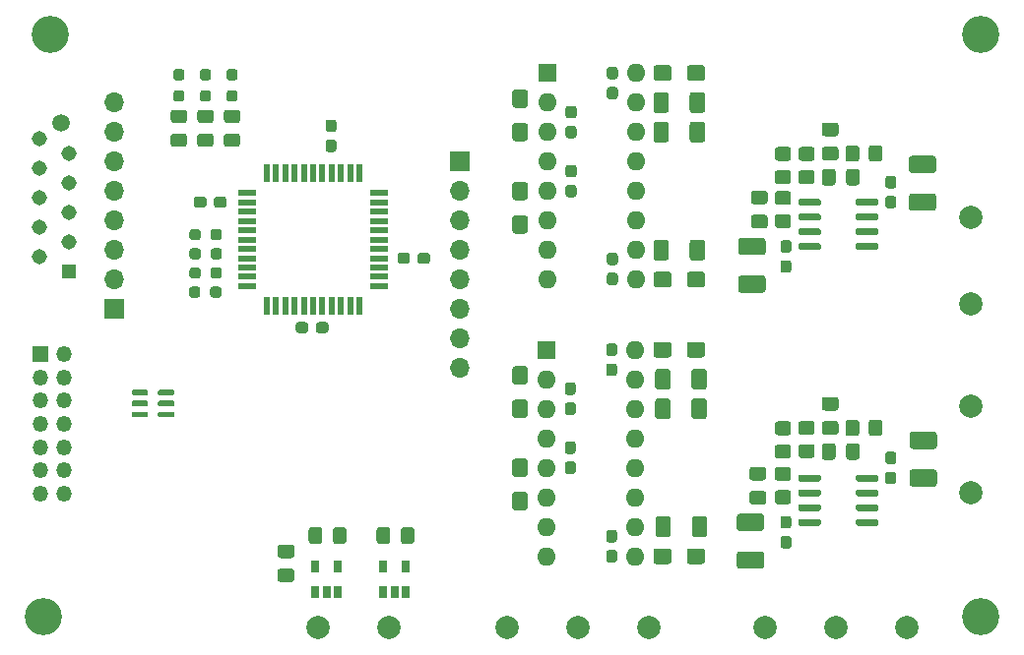
<source format=gbr>
G04 #@! TF.GenerationSoftware,KiCad,Pcbnew,(5.1.9-0-10_14)*
G04 #@! TF.CreationDate,2021-05-04T17:31:03+02:00*
G04 #@! TF.ProjectId,dac-i2s-nos,6461632d-6932-4732-9d6e-6f732e6b6963,rev?*
G04 #@! TF.SameCoordinates,Original*
G04 #@! TF.FileFunction,Soldermask,Top*
G04 #@! TF.FilePolarity,Negative*
%FSLAX46Y46*%
G04 Gerber Fmt 4.6, Leading zero omitted, Abs format (unit mm)*
G04 Created by KiCad (PCBNEW (5.1.9-0-10_14)) date 2021-05-04 17:31:03*
%MOMM*%
%LPD*%
G01*
G04 APERTURE LIST*
%ADD10O,1.350000X1.350000*%
%ADD11R,1.350000X1.350000*%
%ADD12O,1.700000X1.700000*%
%ADD13R,1.700000X1.700000*%
%ADD14C,2.000000*%
%ADD15O,1.600000X1.600000*%
%ADD16R,1.600000X1.600000*%
%ADD17R,1.500000X0.550000*%
%ADD18R,0.550000X1.500000*%
%ADD19R,0.650000X1.060000*%
%ADD20R,1.308000X1.308000*%
%ADD21C,1.308000*%
%ADD22C,1.500000*%
%ADD23C,3.200000*%
G04 APERTURE END LIST*
G36*
G01*
X158606500Y-97110500D02*
X158131500Y-97110500D01*
G75*
G02*
X157894000Y-96873000I0J237500D01*
G01*
X157894000Y-96273000D01*
G75*
G02*
X158131500Y-96035500I237500J0D01*
G01*
X158606500Y-96035500D01*
G75*
G02*
X158844000Y-96273000I0J-237500D01*
G01*
X158844000Y-96873000D01*
G75*
G02*
X158606500Y-97110500I-237500J0D01*
G01*
G37*
G36*
G01*
X158606500Y-98835500D02*
X158131500Y-98835500D01*
G75*
G02*
X157894000Y-98598000I0J237500D01*
G01*
X157894000Y-97998000D01*
G75*
G02*
X158131500Y-97760500I237500J0D01*
G01*
X158606500Y-97760500D01*
G75*
G02*
X158844000Y-97998000I0J-237500D01*
G01*
X158844000Y-98598000D01*
G75*
G02*
X158606500Y-98835500I-237500J0D01*
G01*
G37*
G36*
G01*
X161687500Y-94405500D02*
X162162500Y-94405500D01*
G75*
G02*
X162400000Y-94643000I0J-237500D01*
G01*
X162400000Y-95243000D01*
G75*
G02*
X162162500Y-95480500I-237500J0D01*
G01*
X161687500Y-95480500D01*
G75*
G02*
X161450000Y-95243000I0J237500D01*
G01*
X161450000Y-94643000D01*
G75*
G02*
X161687500Y-94405500I237500J0D01*
G01*
G37*
G36*
G01*
X161687500Y-92680500D02*
X162162500Y-92680500D01*
G75*
G02*
X162400000Y-92918000I0J-237500D01*
G01*
X162400000Y-93518000D01*
G75*
G02*
X162162500Y-93755500I-237500J0D01*
G01*
X161687500Y-93755500D01*
G75*
G02*
X161450000Y-93518000I0J237500D01*
G01*
X161450000Y-92918000D01*
G75*
G02*
X161687500Y-92680500I237500J0D01*
G01*
G37*
G36*
G01*
X162162500Y-109810500D02*
X161687500Y-109810500D01*
G75*
G02*
X161450000Y-109573000I0J237500D01*
G01*
X161450000Y-108973000D01*
G75*
G02*
X161687500Y-108735500I237500J0D01*
G01*
X162162500Y-108735500D01*
G75*
G02*
X162400000Y-108973000I0J-237500D01*
G01*
X162400000Y-109573000D01*
G75*
G02*
X162162500Y-109810500I-237500J0D01*
G01*
G37*
G36*
G01*
X162162500Y-111535500D02*
X161687500Y-111535500D01*
G75*
G02*
X161450000Y-111298000I0J237500D01*
G01*
X161450000Y-110698000D01*
G75*
G02*
X161687500Y-110460500I237500J0D01*
G01*
X162162500Y-110460500D01*
G75*
G02*
X162400000Y-110698000I0J-237500D01*
G01*
X162400000Y-111298000D01*
G75*
G02*
X162162500Y-111535500I-237500J0D01*
G01*
G37*
G36*
G01*
X158606500Y-102190500D02*
X158131500Y-102190500D01*
G75*
G02*
X157894000Y-101953000I0J237500D01*
G01*
X157894000Y-101353000D01*
G75*
G02*
X158131500Y-101115500I237500J0D01*
G01*
X158606500Y-101115500D01*
G75*
G02*
X158844000Y-101353000I0J-237500D01*
G01*
X158844000Y-101953000D01*
G75*
G02*
X158606500Y-102190500I-237500J0D01*
G01*
G37*
G36*
G01*
X158606500Y-103915500D02*
X158131500Y-103915500D01*
G75*
G02*
X157894000Y-103678000I0J237500D01*
G01*
X157894000Y-103078000D01*
G75*
G02*
X158131500Y-102840500I237500J0D01*
G01*
X158606500Y-102840500D01*
G75*
G02*
X158844000Y-103078000I0J-237500D01*
G01*
X158844000Y-103678000D01*
G75*
G02*
X158606500Y-103915500I-237500J0D01*
G01*
G37*
G36*
G01*
X158670000Y-78378000D02*
X158195000Y-78378000D01*
G75*
G02*
X157957500Y-78140500I0J237500D01*
G01*
X157957500Y-77540500D01*
G75*
G02*
X158195000Y-77303000I237500J0D01*
G01*
X158670000Y-77303000D01*
G75*
G02*
X158907500Y-77540500I0J-237500D01*
G01*
X158907500Y-78140500D01*
G75*
G02*
X158670000Y-78378000I-237500J0D01*
G01*
G37*
G36*
G01*
X158670000Y-80103000D02*
X158195000Y-80103000D01*
G75*
G02*
X157957500Y-79865500I0J237500D01*
G01*
X157957500Y-79265500D01*
G75*
G02*
X158195000Y-79028000I237500J0D01*
G01*
X158670000Y-79028000D01*
G75*
G02*
X158907500Y-79265500I0J-237500D01*
G01*
X158907500Y-79865500D01*
G75*
G02*
X158670000Y-80103000I-237500J0D01*
G01*
G37*
G36*
G01*
X158670000Y-73298000D02*
X158195000Y-73298000D01*
G75*
G02*
X157957500Y-73060500I0J237500D01*
G01*
X157957500Y-72460500D01*
G75*
G02*
X158195000Y-72223000I237500J0D01*
G01*
X158670000Y-72223000D01*
G75*
G02*
X158907500Y-72460500I0J-237500D01*
G01*
X158907500Y-73060500D01*
G75*
G02*
X158670000Y-73298000I-237500J0D01*
G01*
G37*
G36*
G01*
X158670000Y-75023000D02*
X158195000Y-75023000D01*
G75*
G02*
X157957500Y-74785500I0J237500D01*
G01*
X157957500Y-74185500D01*
G75*
G02*
X158195000Y-73948000I237500J0D01*
G01*
X158670000Y-73948000D01*
G75*
G02*
X158907500Y-74185500I0J-237500D01*
G01*
X158907500Y-74785500D01*
G75*
G02*
X158670000Y-75023000I-237500J0D01*
G01*
G37*
G36*
G01*
X161751000Y-70593000D02*
X162226000Y-70593000D01*
G75*
G02*
X162463500Y-70830500I0J-237500D01*
G01*
X162463500Y-71430500D01*
G75*
G02*
X162226000Y-71668000I-237500J0D01*
G01*
X161751000Y-71668000D01*
G75*
G02*
X161513500Y-71430500I0J237500D01*
G01*
X161513500Y-70830500D01*
G75*
G02*
X161751000Y-70593000I237500J0D01*
G01*
G37*
G36*
G01*
X161751000Y-68868000D02*
X162226000Y-68868000D01*
G75*
G02*
X162463500Y-69105500I0J-237500D01*
G01*
X162463500Y-69705500D01*
G75*
G02*
X162226000Y-69943000I-237500J0D01*
G01*
X161751000Y-69943000D01*
G75*
G02*
X161513500Y-69705500I0J237500D01*
G01*
X161513500Y-69105500D01*
G75*
G02*
X161751000Y-68868000I237500J0D01*
G01*
G37*
G36*
G01*
X162226000Y-85934500D02*
X161751000Y-85934500D01*
G75*
G02*
X161513500Y-85697000I0J237500D01*
G01*
X161513500Y-85097000D01*
G75*
G02*
X161751000Y-84859500I237500J0D01*
G01*
X162226000Y-84859500D01*
G75*
G02*
X162463500Y-85097000I0J-237500D01*
G01*
X162463500Y-85697000D01*
G75*
G02*
X162226000Y-85934500I-237500J0D01*
G01*
G37*
G36*
G01*
X162226000Y-87659500D02*
X161751000Y-87659500D01*
G75*
G02*
X161513500Y-87422000I0J237500D01*
G01*
X161513500Y-86822000D01*
G75*
G02*
X161751000Y-86584500I237500J0D01*
G01*
X162226000Y-86584500D01*
G75*
G02*
X162463500Y-86822000I0J-237500D01*
G01*
X162463500Y-87422000D01*
G75*
G02*
X162226000Y-87659500I-237500J0D01*
G01*
G37*
G36*
G01*
X182919500Y-80668000D02*
X182919500Y-80368000D01*
G75*
G02*
X183069500Y-80218000I150000J0D01*
G01*
X184719500Y-80218000D01*
G75*
G02*
X184869500Y-80368000I0J-150000D01*
G01*
X184869500Y-80668000D01*
G75*
G02*
X184719500Y-80818000I-150000J0D01*
G01*
X183069500Y-80818000D01*
G75*
G02*
X182919500Y-80668000I0J150000D01*
G01*
G37*
G36*
G01*
X182919500Y-81938000D02*
X182919500Y-81638000D01*
G75*
G02*
X183069500Y-81488000I150000J0D01*
G01*
X184719500Y-81488000D01*
G75*
G02*
X184869500Y-81638000I0J-150000D01*
G01*
X184869500Y-81938000D01*
G75*
G02*
X184719500Y-82088000I-150000J0D01*
G01*
X183069500Y-82088000D01*
G75*
G02*
X182919500Y-81938000I0J150000D01*
G01*
G37*
G36*
G01*
X182919500Y-83208000D02*
X182919500Y-82908000D01*
G75*
G02*
X183069500Y-82758000I150000J0D01*
G01*
X184719500Y-82758000D01*
G75*
G02*
X184869500Y-82908000I0J-150000D01*
G01*
X184869500Y-83208000D01*
G75*
G02*
X184719500Y-83358000I-150000J0D01*
G01*
X183069500Y-83358000D01*
G75*
G02*
X182919500Y-83208000I0J150000D01*
G01*
G37*
G36*
G01*
X182919500Y-84478000D02*
X182919500Y-84178000D01*
G75*
G02*
X183069500Y-84028000I150000J0D01*
G01*
X184719500Y-84028000D01*
G75*
G02*
X184869500Y-84178000I0J-150000D01*
G01*
X184869500Y-84478000D01*
G75*
G02*
X184719500Y-84628000I-150000J0D01*
G01*
X183069500Y-84628000D01*
G75*
G02*
X182919500Y-84478000I0J150000D01*
G01*
G37*
G36*
G01*
X177969500Y-84478000D02*
X177969500Y-84178000D01*
G75*
G02*
X178119500Y-84028000I150000J0D01*
G01*
X179769500Y-84028000D01*
G75*
G02*
X179919500Y-84178000I0J-150000D01*
G01*
X179919500Y-84478000D01*
G75*
G02*
X179769500Y-84628000I-150000J0D01*
G01*
X178119500Y-84628000D01*
G75*
G02*
X177969500Y-84478000I0J150000D01*
G01*
G37*
G36*
G01*
X177969500Y-83208000D02*
X177969500Y-82908000D01*
G75*
G02*
X178119500Y-82758000I150000J0D01*
G01*
X179769500Y-82758000D01*
G75*
G02*
X179919500Y-82908000I0J-150000D01*
G01*
X179919500Y-83208000D01*
G75*
G02*
X179769500Y-83358000I-150000J0D01*
G01*
X178119500Y-83358000D01*
G75*
G02*
X177969500Y-83208000I0J150000D01*
G01*
G37*
G36*
G01*
X177969500Y-81938000D02*
X177969500Y-81638000D01*
G75*
G02*
X178119500Y-81488000I150000J0D01*
G01*
X179769500Y-81488000D01*
G75*
G02*
X179919500Y-81638000I0J-150000D01*
G01*
X179919500Y-81938000D01*
G75*
G02*
X179769500Y-82088000I-150000J0D01*
G01*
X178119500Y-82088000D01*
G75*
G02*
X177969500Y-81938000I0J150000D01*
G01*
G37*
G36*
G01*
X177969500Y-80668000D02*
X177969500Y-80368000D01*
G75*
G02*
X178119500Y-80218000I150000J0D01*
G01*
X179769500Y-80218000D01*
G75*
G02*
X179919500Y-80368000I0J-150000D01*
G01*
X179919500Y-80668000D01*
G75*
G02*
X179769500Y-80818000I-150000J0D01*
G01*
X178119500Y-80818000D01*
G75*
G02*
X177969500Y-80668000I0J150000D01*
G01*
G37*
G36*
G01*
X183226000Y-75876999D02*
X183226000Y-76777001D01*
G75*
G02*
X182976001Y-77027000I-249999J0D01*
G01*
X182275999Y-77027000D01*
G75*
G02*
X182026000Y-76777001I0J249999D01*
G01*
X182026000Y-75876999D01*
G75*
G02*
X182275999Y-75627000I249999J0D01*
G01*
X182976001Y-75627000D01*
G75*
G02*
X183226000Y-75876999I0J-249999D01*
G01*
G37*
G36*
G01*
X185226000Y-75876999D02*
X185226000Y-76777001D01*
G75*
G02*
X184976001Y-77027000I-249999J0D01*
G01*
X184275999Y-77027000D01*
G75*
G02*
X184026000Y-76777001I0J249999D01*
G01*
X184026000Y-75876999D01*
G75*
G02*
X184275999Y-75627000I249999J0D01*
G01*
X184976001Y-75627000D01*
G75*
G02*
X185226000Y-75876999I0J-249999D01*
G01*
G37*
G36*
G01*
X178238999Y-77759000D02*
X179139001Y-77759000D01*
G75*
G02*
X179389000Y-78008999I0J-249999D01*
G01*
X179389000Y-78709001D01*
G75*
G02*
X179139001Y-78959000I-249999J0D01*
G01*
X178238999Y-78959000D01*
G75*
G02*
X177989000Y-78709001I0J249999D01*
G01*
X177989000Y-78008999D01*
G75*
G02*
X178238999Y-77759000I249999J0D01*
G01*
G37*
G36*
G01*
X178238999Y-75759000D02*
X179139001Y-75759000D01*
G75*
G02*
X179389000Y-76008999I0J-249999D01*
G01*
X179389000Y-76709001D01*
G75*
G02*
X179139001Y-76959000I-249999J0D01*
G01*
X178238999Y-76959000D01*
G75*
G02*
X177989000Y-76709001I0J249999D01*
G01*
X177989000Y-76008999D01*
G75*
G02*
X178238999Y-75759000I249999J0D01*
G01*
G37*
G36*
G01*
X176206999Y-77759000D02*
X177107001Y-77759000D01*
G75*
G02*
X177357000Y-78008999I0J-249999D01*
G01*
X177357000Y-78709001D01*
G75*
G02*
X177107001Y-78959000I-249999J0D01*
G01*
X176206999Y-78959000D01*
G75*
G02*
X175957000Y-78709001I0J249999D01*
G01*
X175957000Y-78008999D01*
G75*
G02*
X176206999Y-77759000I249999J0D01*
G01*
G37*
G36*
G01*
X176206999Y-75759000D02*
X177107001Y-75759000D01*
G75*
G02*
X177357000Y-76008999I0J-249999D01*
G01*
X177357000Y-76709001D01*
G75*
G02*
X177107001Y-76959000I-249999J0D01*
G01*
X176206999Y-76959000D01*
G75*
G02*
X175957000Y-76709001I0J249999D01*
G01*
X175957000Y-76008999D01*
G75*
G02*
X176206999Y-75759000I249999J0D01*
G01*
G37*
G36*
G01*
X176206999Y-81553000D02*
X177107001Y-81553000D01*
G75*
G02*
X177357000Y-81802999I0J-249999D01*
G01*
X177357000Y-82503001D01*
G75*
G02*
X177107001Y-82753000I-249999J0D01*
G01*
X176206999Y-82753000D01*
G75*
G02*
X175957000Y-82503001I0J249999D01*
G01*
X175957000Y-81802999D01*
G75*
G02*
X176206999Y-81553000I249999J0D01*
G01*
G37*
G36*
G01*
X176206999Y-79553000D02*
X177107001Y-79553000D01*
G75*
G02*
X177357000Y-79802999I0J-249999D01*
G01*
X177357000Y-80503001D01*
G75*
G02*
X177107001Y-80753000I-249999J0D01*
G01*
X176206999Y-80753000D01*
G75*
G02*
X175957000Y-80503001I0J249999D01*
G01*
X175957000Y-79802999D01*
G75*
G02*
X176206999Y-79553000I249999J0D01*
G01*
G37*
G36*
G01*
X182081500Y-78834000D02*
X182081500Y-77884000D01*
G75*
G02*
X182331500Y-77634000I250000J0D01*
G01*
X183006500Y-77634000D01*
G75*
G02*
X183256500Y-77884000I0J-250000D01*
G01*
X183256500Y-78834000D01*
G75*
G02*
X183006500Y-79084000I-250000J0D01*
G01*
X182331500Y-79084000D01*
G75*
G02*
X182081500Y-78834000I0J250000D01*
G01*
G37*
G36*
G01*
X180006500Y-78834000D02*
X180006500Y-77884000D01*
G75*
G02*
X180256500Y-77634000I250000J0D01*
G01*
X180931500Y-77634000D01*
G75*
G02*
X181181500Y-77884000I0J-250000D01*
G01*
X181181500Y-78834000D01*
G75*
G02*
X180931500Y-79084000I-250000J0D01*
G01*
X180256500Y-79084000D01*
G75*
G02*
X180006500Y-78834000I0J250000D01*
G01*
G37*
G36*
G01*
X181196000Y-74839500D02*
X180246000Y-74839500D01*
G75*
G02*
X179996000Y-74589500I0J250000D01*
G01*
X179996000Y-73914500D01*
G75*
G02*
X180246000Y-73664500I250000J0D01*
G01*
X181196000Y-73664500D01*
G75*
G02*
X181446000Y-73914500I0J-250000D01*
G01*
X181446000Y-74589500D01*
G75*
G02*
X181196000Y-74839500I-250000J0D01*
G01*
G37*
G36*
G01*
X181196000Y-76914500D02*
X180246000Y-76914500D01*
G75*
G02*
X179996000Y-76664500I0J250000D01*
G01*
X179996000Y-75989500D01*
G75*
G02*
X180246000Y-75739500I250000J0D01*
G01*
X181196000Y-75739500D01*
G75*
G02*
X181446000Y-75989500I0J-250000D01*
G01*
X181446000Y-76664500D01*
G75*
G02*
X181196000Y-76914500I-250000J0D01*
G01*
G37*
G36*
G01*
X175100000Y-80703000D02*
X174150000Y-80703000D01*
G75*
G02*
X173900000Y-80453000I0J250000D01*
G01*
X173900000Y-79778000D01*
G75*
G02*
X174150000Y-79528000I250000J0D01*
G01*
X175100000Y-79528000D01*
G75*
G02*
X175350000Y-79778000I0J-250000D01*
G01*
X175350000Y-80453000D01*
G75*
G02*
X175100000Y-80703000I-250000J0D01*
G01*
G37*
G36*
G01*
X175100000Y-82778000D02*
X174150000Y-82778000D01*
G75*
G02*
X173900000Y-82528000I0J250000D01*
G01*
X173900000Y-81853000D01*
G75*
G02*
X174150000Y-81603000I250000J0D01*
G01*
X175100000Y-81603000D01*
G75*
G02*
X175350000Y-81853000I0J-250000D01*
G01*
X175350000Y-82528000D01*
G75*
G02*
X175100000Y-82778000I-250000J0D01*
G01*
G37*
G36*
G01*
X177148500Y-84865500D02*
X176673500Y-84865500D01*
G75*
G02*
X176436000Y-84628000I0J237500D01*
G01*
X176436000Y-84028000D01*
G75*
G02*
X176673500Y-83790500I237500J0D01*
G01*
X177148500Y-83790500D01*
G75*
G02*
X177386000Y-84028000I0J-237500D01*
G01*
X177386000Y-84628000D01*
G75*
G02*
X177148500Y-84865500I-237500J0D01*
G01*
G37*
G36*
G01*
X177148500Y-86590500D02*
X176673500Y-86590500D01*
G75*
G02*
X176436000Y-86353000I0J237500D01*
G01*
X176436000Y-85753000D01*
G75*
G02*
X176673500Y-85515500I237500J0D01*
G01*
X177148500Y-85515500D01*
G75*
G02*
X177386000Y-85753000I0J-237500D01*
G01*
X177386000Y-86353000D01*
G75*
G02*
X177148500Y-86590500I-237500J0D01*
G01*
G37*
G36*
G01*
X186165500Y-79330500D02*
X185690500Y-79330500D01*
G75*
G02*
X185453000Y-79093000I0J237500D01*
G01*
X185453000Y-78493000D01*
G75*
G02*
X185690500Y-78255500I237500J0D01*
G01*
X186165500Y-78255500D01*
G75*
G02*
X186403000Y-78493000I0J-237500D01*
G01*
X186403000Y-79093000D01*
G75*
G02*
X186165500Y-79330500I-237500J0D01*
G01*
G37*
G36*
G01*
X186165500Y-81055500D02*
X185690500Y-81055500D01*
G75*
G02*
X185453000Y-80818000I0J237500D01*
G01*
X185453000Y-80218000D01*
G75*
G02*
X185690500Y-79980500I237500J0D01*
G01*
X186165500Y-79980500D01*
G75*
G02*
X186403000Y-80218000I0J-237500D01*
G01*
X186403000Y-80818000D01*
G75*
G02*
X186165500Y-81055500I-237500J0D01*
G01*
G37*
G36*
G01*
X174915000Y-85078000D02*
X173065000Y-85078000D01*
G75*
G02*
X172815000Y-84828000I0J250000D01*
G01*
X172815000Y-83828000D01*
G75*
G02*
X173065000Y-83578000I250000J0D01*
G01*
X174915000Y-83578000D01*
G75*
G02*
X175165000Y-83828000I0J-250000D01*
G01*
X175165000Y-84828000D01*
G75*
G02*
X174915000Y-85078000I-250000J0D01*
G01*
G37*
G36*
G01*
X174915000Y-88328000D02*
X173065000Y-88328000D01*
G75*
G02*
X172815000Y-88078000I0J250000D01*
G01*
X172815000Y-87078000D01*
G75*
G02*
X173065000Y-86828000I250000J0D01*
G01*
X174915000Y-86828000D01*
G75*
G02*
X175165000Y-87078000I0J-250000D01*
G01*
X175165000Y-88078000D01*
G75*
G02*
X174915000Y-88328000I-250000J0D01*
G01*
G37*
G36*
G01*
X189583500Y-78018000D02*
X187733500Y-78018000D01*
G75*
G02*
X187483500Y-77768000I0J250000D01*
G01*
X187483500Y-76768000D01*
G75*
G02*
X187733500Y-76518000I250000J0D01*
G01*
X189583500Y-76518000D01*
G75*
G02*
X189833500Y-76768000I0J-250000D01*
G01*
X189833500Y-77768000D01*
G75*
G02*
X189583500Y-78018000I-250000J0D01*
G01*
G37*
G36*
G01*
X189583500Y-81268000D02*
X187733500Y-81268000D01*
G75*
G02*
X187483500Y-81018000I0J250000D01*
G01*
X187483500Y-80018000D01*
G75*
G02*
X187733500Y-79768000I250000J0D01*
G01*
X189583500Y-79768000D01*
G75*
G02*
X189833500Y-80018000I0J-250000D01*
G01*
X189833500Y-81018000D01*
G75*
G02*
X189583500Y-81268000I-250000J0D01*
G01*
G37*
G36*
G01*
X154476001Y-80353000D02*
X153625999Y-80353000D01*
G75*
G02*
X153376000Y-80103001I0J249999D01*
G01*
X153376000Y-79027999D01*
G75*
G02*
X153625999Y-78778000I249999J0D01*
G01*
X154476001Y-78778000D01*
G75*
G02*
X154726000Y-79027999I0J-249999D01*
G01*
X154726000Y-80103001D01*
G75*
G02*
X154476001Y-80353000I-249999J0D01*
G01*
G37*
G36*
G01*
X154476001Y-83228000D02*
X153625999Y-83228000D01*
G75*
G02*
X153376000Y-82978001I0J249999D01*
G01*
X153376000Y-81902999D01*
G75*
G02*
X153625999Y-81653000I249999J0D01*
G01*
X154476001Y-81653000D01*
G75*
G02*
X154726000Y-81902999I0J-249999D01*
G01*
X154726000Y-82978001D01*
G75*
G02*
X154476001Y-83228000I-249999J0D01*
G01*
G37*
G36*
G01*
X154476001Y-72398000D02*
X153625999Y-72398000D01*
G75*
G02*
X153376000Y-72148001I0J249999D01*
G01*
X153376000Y-71072999D01*
G75*
G02*
X153625999Y-70823000I249999J0D01*
G01*
X154476001Y-70823000D01*
G75*
G02*
X154726000Y-71072999I0J-249999D01*
G01*
X154726000Y-72148001D01*
G75*
G02*
X154476001Y-72398000I-249999J0D01*
G01*
G37*
G36*
G01*
X154476001Y-75273000D02*
X153625999Y-75273000D01*
G75*
G02*
X153376000Y-75023001I0J249999D01*
G01*
X153376000Y-73947999D01*
G75*
G02*
X153625999Y-73698000I249999J0D01*
G01*
X154476001Y-73698000D01*
G75*
G02*
X154726000Y-73947999I0J-249999D01*
G01*
X154726000Y-75023001D01*
G75*
G02*
X154476001Y-75273000I-249999J0D01*
G01*
G37*
G36*
G01*
X167094000Y-68980499D02*
X167094000Y-69830501D01*
G75*
G02*
X166844001Y-70080500I-249999J0D01*
G01*
X165768999Y-70080500D01*
G75*
G02*
X165519000Y-69830501I0J249999D01*
G01*
X165519000Y-68980499D01*
G75*
G02*
X165768999Y-68730500I249999J0D01*
G01*
X166844001Y-68730500D01*
G75*
G02*
X167094000Y-68980499I0J-249999D01*
G01*
G37*
G36*
G01*
X169969000Y-68980499D02*
X169969000Y-69830501D01*
G75*
G02*
X169719001Y-70080500I-249999J0D01*
G01*
X168643999Y-70080500D01*
G75*
G02*
X168394000Y-69830501I0J249999D01*
G01*
X168394000Y-68980499D01*
G75*
G02*
X168643999Y-68730500I249999J0D01*
G01*
X169719001Y-68730500D01*
G75*
G02*
X169969000Y-68980499I0J-249999D01*
G01*
G37*
G36*
G01*
X168394000Y-87610501D02*
X168394000Y-86760499D01*
G75*
G02*
X168643999Y-86510500I249999J0D01*
G01*
X169719001Y-86510500D01*
G75*
G02*
X169969000Y-86760499I0J-249999D01*
G01*
X169969000Y-87610501D01*
G75*
G02*
X169719001Y-87860500I-249999J0D01*
G01*
X168643999Y-87860500D01*
G75*
G02*
X168394000Y-87610501I0J249999D01*
G01*
G37*
G36*
G01*
X165519000Y-87610501D02*
X165519000Y-86760499D01*
G75*
G02*
X165768999Y-86510500I249999J0D01*
G01*
X166844001Y-86510500D01*
G75*
G02*
X167094000Y-86760499I0J-249999D01*
G01*
X167094000Y-87610501D01*
G75*
G02*
X166844001Y-87860500I-249999J0D01*
G01*
X165768999Y-87860500D01*
G75*
G02*
X165519000Y-87610501I0J249999D01*
G01*
G37*
G36*
G01*
X167094000Y-92792999D02*
X167094000Y-93643001D01*
G75*
G02*
X166844001Y-93893000I-249999J0D01*
G01*
X165768999Y-93893000D01*
G75*
G02*
X165519000Y-93643001I0J249999D01*
G01*
X165519000Y-92792999D01*
G75*
G02*
X165768999Y-92543000I249999J0D01*
G01*
X166844001Y-92543000D01*
G75*
G02*
X167094000Y-92792999I0J-249999D01*
G01*
G37*
G36*
G01*
X169969000Y-92792999D02*
X169969000Y-93643001D01*
G75*
G02*
X169719001Y-93893000I-249999J0D01*
G01*
X168643999Y-93893000D01*
G75*
G02*
X168394000Y-93643001I0J249999D01*
G01*
X168394000Y-92792999D01*
G75*
G02*
X168643999Y-92543000I249999J0D01*
G01*
X169719001Y-92543000D01*
G75*
G02*
X169969000Y-92792999I0J-249999D01*
G01*
G37*
G36*
G01*
X168394000Y-111423001D02*
X168394000Y-110572999D01*
G75*
G02*
X168643999Y-110323000I249999J0D01*
G01*
X169719001Y-110323000D01*
G75*
G02*
X169969000Y-110572999I0J-249999D01*
G01*
X169969000Y-111423001D01*
G75*
G02*
X169719001Y-111673000I-249999J0D01*
G01*
X168643999Y-111673000D01*
G75*
G02*
X168394000Y-111423001I0J249999D01*
G01*
G37*
G36*
G01*
X165519000Y-111423001D02*
X165519000Y-110572999D01*
G75*
G02*
X165768999Y-110323000I249999J0D01*
G01*
X166844001Y-110323000D01*
G75*
G02*
X167094000Y-110572999I0J-249999D01*
G01*
X167094000Y-111423001D01*
G75*
G02*
X166844001Y-111673000I-249999J0D01*
G01*
X165768999Y-111673000D01*
G75*
G02*
X165519000Y-111423001I0J249999D01*
G01*
G37*
G36*
G01*
X154476001Y-104165500D02*
X153625999Y-104165500D01*
G75*
G02*
X153376000Y-103915501I0J249999D01*
G01*
X153376000Y-102840499D01*
G75*
G02*
X153625999Y-102590500I249999J0D01*
G01*
X154476001Y-102590500D01*
G75*
G02*
X154726000Y-102840499I0J-249999D01*
G01*
X154726000Y-103915501D01*
G75*
G02*
X154476001Y-104165500I-249999J0D01*
G01*
G37*
G36*
G01*
X154476001Y-107040500D02*
X153625999Y-107040500D01*
G75*
G02*
X153376000Y-106790501I0J249999D01*
G01*
X153376000Y-105715499D01*
G75*
G02*
X153625999Y-105465500I249999J0D01*
G01*
X154476001Y-105465500D01*
G75*
G02*
X154726000Y-105715499I0J-249999D01*
G01*
X154726000Y-106790501D01*
G75*
G02*
X154476001Y-107040500I-249999J0D01*
G01*
G37*
G36*
G01*
X154476001Y-96210500D02*
X153625999Y-96210500D01*
G75*
G02*
X153376000Y-95960501I0J249999D01*
G01*
X153376000Y-94885499D01*
G75*
G02*
X153625999Y-94635500I249999J0D01*
G01*
X154476001Y-94635500D01*
G75*
G02*
X154726000Y-94885499I0J-249999D01*
G01*
X154726000Y-95960501D01*
G75*
G02*
X154476001Y-96210500I-249999J0D01*
G01*
G37*
G36*
G01*
X154476001Y-99085500D02*
X153625999Y-99085500D01*
G75*
G02*
X153376000Y-98835501I0J249999D01*
G01*
X153376000Y-97760499D01*
G75*
G02*
X153625999Y-97510500I249999J0D01*
G01*
X154476001Y-97510500D01*
G75*
G02*
X154726000Y-97760499I0J-249999D01*
G01*
X154726000Y-98835501D01*
G75*
G02*
X154476001Y-99085500I-249999J0D01*
G01*
G37*
G36*
G01*
X182921000Y-104417000D02*
X182921000Y-104117000D01*
G75*
G02*
X183071000Y-103967000I150000J0D01*
G01*
X184721000Y-103967000D01*
G75*
G02*
X184871000Y-104117000I0J-150000D01*
G01*
X184871000Y-104417000D01*
G75*
G02*
X184721000Y-104567000I-150000J0D01*
G01*
X183071000Y-104567000D01*
G75*
G02*
X182921000Y-104417000I0J150000D01*
G01*
G37*
G36*
G01*
X182921000Y-105687000D02*
X182921000Y-105387000D01*
G75*
G02*
X183071000Y-105237000I150000J0D01*
G01*
X184721000Y-105237000D01*
G75*
G02*
X184871000Y-105387000I0J-150000D01*
G01*
X184871000Y-105687000D01*
G75*
G02*
X184721000Y-105837000I-150000J0D01*
G01*
X183071000Y-105837000D01*
G75*
G02*
X182921000Y-105687000I0J150000D01*
G01*
G37*
G36*
G01*
X182921000Y-106957000D02*
X182921000Y-106657000D01*
G75*
G02*
X183071000Y-106507000I150000J0D01*
G01*
X184721000Y-106507000D01*
G75*
G02*
X184871000Y-106657000I0J-150000D01*
G01*
X184871000Y-106957000D01*
G75*
G02*
X184721000Y-107107000I-150000J0D01*
G01*
X183071000Y-107107000D01*
G75*
G02*
X182921000Y-106957000I0J150000D01*
G01*
G37*
G36*
G01*
X182921000Y-108227000D02*
X182921000Y-107927000D01*
G75*
G02*
X183071000Y-107777000I150000J0D01*
G01*
X184721000Y-107777000D01*
G75*
G02*
X184871000Y-107927000I0J-150000D01*
G01*
X184871000Y-108227000D01*
G75*
G02*
X184721000Y-108377000I-150000J0D01*
G01*
X183071000Y-108377000D01*
G75*
G02*
X182921000Y-108227000I0J150000D01*
G01*
G37*
G36*
G01*
X177971000Y-108227000D02*
X177971000Y-107927000D01*
G75*
G02*
X178121000Y-107777000I150000J0D01*
G01*
X179771000Y-107777000D01*
G75*
G02*
X179921000Y-107927000I0J-150000D01*
G01*
X179921000Y-108227000D01*
G75*
G02*
X179771000Y-108377000I-150000J0D01*
G01*
X178121000Y-108377000D01*
G75*
G02*
X177971000Y-108227000I0J150000D01*
G01*
G37*
G36*
G01*
X177971000Y-106957000D02*
X177971000Y-106657000D01*
G75*
G02*
X178121000Y-106507000I150000J0D01*
G01*
X179771000Y-106507000D01*
G75*
G02*
X179921000Y-106657000I0J-150000D01*
G01*
X179921000Y-106957000D01*
G75*
G02*
X179771000Y-107107000I-150000J0D01*
G01*
X178121000Y-107107000D01*
G75*
G02*
X177971000Y-106957000I0J150000D01*
G01*
G37*
G36*
G01*
X177971000Y-105687000D02*
X177971000Y-105387000D01*
G75*
G02*
X178121000Y-105237000I150000J0D01*
G01*
X179771000Y-105237000D01*
G75*
G02*
X179921000Y-105387000I0J-150000D01*
G01*
X179921000Y-105687000D01*
G75*
G02*
X179771000Y-105837000I-150000J0D01*
G01*
X178121000Y-105837000D01*
G75*
G02*
X177971000Y-105687000I0J150000D01*
G01*
G37*
G36*
G01*
X177971000Y-104417000D02*
X177971000Y-104117000D01*
G75*
G02*
X178121000Y-103967000I150000J0D01*
G01*
X179771000Y-103967000D01*
G75*
G02*
X179921000Y-104117000I0J-150000D01*
G01*
X179921000Y-104417000D01*
G75*
G02*
X179771000Y-104567000I-150000J0D01*
G01*
X178121000Y-104567000D01*
G75*
G02*
X177971000Y-104417000I0J150000D01*
G01*
G37*
G36*
G01*
X177148500Y-108614500D02*
X176673500Y-108614500D01*
G75*
G02*
X176436000Y-108377000I0J237500D01*
G01*
X176436000Y-107777000D01*
G75*
G02*
X176673500Y-107539500I237500J0D01*
G01*
X177148500Y-107539500D01*
G75*
G02*
X177386000Y-107777000I0J-237500D01*
G01*
X177386000Y-108377000D01*
G75*
G02*
X177148500Y-108614500I-237500J0D01*
G01*
G37*
G36*
G01*
X177148500Y-110339500D02*
X176673500Y-110339500D01*
G75*
G02*
X176436000Y-110102000I0J237500D01*
G01*
X176436000Y-109502000D01*
G75*
G02*
X176673500Y-109264500I237500J0D01*
G01*
X177148500Y-109264500D01*
G75*
G02*
X177386000Y-109502000I0J-237500D01*
G01*
X177386000Y-110102000D01*
G75*
G02*
X177148500Y-110339500I-237500J0D01*
G01*
G37*
G36*
G01*
X186165500Y-103079500D02*
X185690500Y-103079500D01*
G75*
G02*
X185453000Y-102842000I0J237500D01*
G01*
X185453000Y-102242000D01*
G75*
G02*
X185690500Y-102004500I237500J0D01*
G01*
X186165500Y-102004500D01*
G75*
G02*
X186403000Y-102242000I0J-237500D01*
G01*
X186403000Y-102842000D01*
G75*
G02*
X186165500Y-103079500I-237500J0D01*
G01*
G37*
G36*
G01*
X186165500Y-104804500D02*
X185690500Y-104804500D01*
G75*
G02*
X185453000Y-104567000I0J237500D01*
G01*
X185453000Y-103967000D01*
G75*
G02*
X185690500Y-103729500I237500J0D01*
G01*
X186165500Y-103729500D01*
G75*
G02*
X186403000Y-103967000I0J-237500D01*
G01*
X186403000Y-104567000D01*
G75*
G02*
X186165500Y-104804500I-237500J0D01*
G01*
G37*
G36*
G01*
X183226000Y-99498999D02*
X183226000Y-100399001D01*
G75*
G02*
X182976001Y-100649000I-249999J0D01*
G01*
X182275999Y-100649000D01*
G75*
G02*
X182026000Y-100399001I0J249999D01*
G01*
X182026000Y-99498999D01*
G75*
G02*
X182275999Y-99249000I249999J0D01*
G01*
X182976001Y-99249000D01*
G75*
G02*
X183226000Y-99498999I0J-249999D01*
G01*
G37*
G36*
G01*
X185226000Y-99498999D02*
X185226000Y-100399001D01*
G75*
G02*
X184976001Y-100649000I-249999J0D01*
G01*
X184275999Y-100649000D01*
G75*
G02*
X184026000Y-100399001I0J249999D01*
G01*
X184026000Y-99498999D01*
G75*
G02*
X184275999Y-99249000I249999J0D01*
G01*
X184976001Y-99249000D01*
G75*
G02*
X185226000Y-99498999I0J-249999D01*
G01*
G37*
G36*
G01*
X178238999Y-101349000D02*
X179139001Y-101349000D01*
G75*
G02*
X179389000Y-101598999I0J-249999D01*
G01*
X179389000Y-102299001D01*
G75*
G02*
X179139001Y-102549000I-249999J0D01*
G01*
X178238999Y-102549000D01*
G75*
G02*
X177989000Y-102299001I0J249999D01*
G01*
X177989000Y-101598999D01*
G75*
G02*
X178238999Y-101349000I249999J0D01*
G01*
G37*
G36*
G01*
X178238999Y-99349000D02*
X179139001Y-99349000D01*
G75*
G02*
X179389000Y-99598999I0J-249999D01*
G01*
X179389000Y-100299001D01*
G75*
G02*
X179139001Y-100549000I-249999J0D01*
G01*
X178238999Y-100549000D01*
G75*
G02*
X177989000Y-100299001I0J249999D01*
G01*
X177989000Y-99598999D01*
G75*
G02*
X178238999Y-99349000I249999J0D01*
G01*
G37*
G36*
G01*
X176206999Y-101381000D02*
X177107001Y-101381000D01*
G75*
G02*
X177357000Y-101630999I0J-249999D01*
G01*
X177357000Y-102331001D01*
G75*
G02*
X177107001Y-102581000I-249999J0D01*
G01*
X176206999Y-102581000D01*
G75*
G02*
X175957000Y-102331001I0J249999D01*
G01*
X175957000Y-101630999D01*
G75*
G02*
X176206999Y-101381000I249999J0D01*
G01*
G37*
G36*
G01*
X176206999Y-99381000D02*
X177107001Y-99381000D01*
G75*
G02*
X177357000Y-99630999I0J-249999D01*
G01*
X177357000Y-100331001D01*
G75*
G02*
X177107001Y-100581000I-249999J0D01*
G01*
X176206999Y-100581000D01*
G75*
G02*
X175957000Y-100331001I0J249999D01*
G01*
X175957000Y-99630999D01*
G75*
G02*
X176206999Y-99381000I249999J0D01*
G01*
G37*
G36*
G01*
X176206999Y-105318000D02*
X177107001Y-105318000D01*
G75*
G02*
X177357000Y-105567999I0J-249999D01*
G01*
X177357000Y-106268001D01*
G75*
G02*
X177107001Y-106518000I-249999J0D01*
G01*
X176206999Y-106518000D01*
G75*
G02*
X175957000Y-106268001I0J249999D01*
G01*
X175957000Y-105567999D01*
G75*
G02*
X176206999Y-105318000I249999J0D01*
G01*
G37*
G36*
G01*
X176206999Y-103318000D02*
X177107001Y-103318000D01*
G75*
G02*
X177357000Y-103567999I0J-249999D01*
G01*
X177357000Y-104268001D01*
G75*
G02*
X177107001Y-104518000I-249999J0D01*
G01*
X176206999Y-104518000D01*
G75*
G02*
X175957000Y-104268001I0J249999D01*
G01*
X175957000Y-103567999D01*
G75*
G02*
X176206999Y-103318000I249999J0D01*
G01*
G37*
G36*
G01*
X174788000Y-108827000D02*
X172938000Y-108827000D01*
G75*
G02*
X172688000Y-108577000I0J250000D01*
G01*
X172688000Y-107577000D01*
G75*
G02*
X172938000Y-107327000I250000J0D01*
G01*
X174788000Y-107327000D01*
G75*
G02*
X175038000Y-107577000I0J-250000D01*
G01*
X175038000Y-108577000D01*
G75*
G02*
X174788000Y-108827000I-250000J0D01*
G01*
G37*
G36*
G01*
X174788000Y-112077000D02*
X172938000Y-112077000D01*
G75*
G02*
X172688000Y-111827000I0J250000D01*
G01*
X172688000Y-110827000D01*
G75*
G02*
X172938000Y-110577000I250000J0D01*
G01*
X174788000Y-110577000D01*
G75*
G02*
X175038000Y-110827000I0J-250000D01*
G01*
X175038000Y-111827000D01*
G75*
G02*
X174788000Y-112077000I-250000J0D01*
G01*
G37*
G36*
G01*
X189647000Y-101767000D02*
X187797000Y-101767000D01*
G75*
G02*
X187547000Y-101517000I0J250000D01*
G01*
X187547000Y-100517000D01*
G75*
G02*
X187797000Y-100267000I250000J0D01*
G01*
X189647000Y-100267000D01*
G75*
G02*
X189897000Y-100517000I0J-250000D01*
G01*
X189897000Y-101517000D01*
G75*
G02*
X189647000Y-101767000I-250000J0D01*
G01*
G37*
G36*
G01*
X189647000Y-105017000D02*
X187797000Y-105017000D01*
G75*
G02*
X187547000Y-104767000I0J250000D01*
G01*
X187547000Y-103767000D01*
G75*
G02*
X187797000Y-103517000I250000J0D01*
G01*
X189647000Y-103517000D01*
G75*
G02*
X189897000Y-103767000I0J-250000D01*
G01*
X189897000Y-104767000D01*
G75*
G02*
X189647000Y-105017000I-250000J0D01*
G01*
G37*
G36*
G01*
X182081500Y-102456000D02*
X182081500Y-101506000D01*
G75*
G02*
X182331500Y-101256000I250000J0D01*
G01*
X183006500Y-101256000D01*
G75*
G02*
X183256500Y-101506000I0J-250000D01*
G01*
X183256500Y-102456000D01*
G75*
G02*
X183006500Y-102706000I-250000J0D01*
G01*
X182331500Y-102706000D01*
G75*
G02*
X182081500Y-102456000I0J250000D01*
G01*
G37*
G36*
G01*
X180006500Y-102456000D02*
X180006500Y-101506000D01*
G75*
G02*
X180256500Y-101256000I250000J0D01*
G01*
X180931500Y-101256000D01*
G75*
G02*
X181181500Y-101506000I0J-250000D01*
G01*
X181181500Y-102456000D01*
G75*
G02*
X180931500Y-102706000I-250000J0D01*
G01*
X180256500Y-102706000D01*
G75*
G02*
X180006500Y-102456000I0J250000D01*
G01*
G37*
G36*
G01*
X181196000Y-98461500D02*
X180246000Y-98461500D01*
G75*
G02*
X179996000Y-98211500I0J250000D01*
G01*
X179996000Y-97536500D01*
G75*
G02*
X180246000Y-97286500I250000J0D01*
G01*
X181196000Y-97286500D01*
G75*
G02*
X181446000Y-97536500I0J-250000D01*
G01*
X181446000Y-98211500D01*
G75*
G02*
X181196000Y-98461500I-250000J0D01*
G01*
G37*
G36*
G01*
X181196000Y-100536500D02*
X180246000Y-100536500D01*
G75*
G02*
X179996000Y-100286500I0J250000D01*
G01*
X179996000Y-99611500D01*
G75*
G02*
X180246000Y-99361500I250000J0D01*
G01*
X181196000Y-99361500D01*
G75*
G02*
X181446000Y-99611500I0J-250000D01*
G01*
X181446000Y-100286500D01*
G75*
G02*
X181196000Y-100536500I-250000J0D01*
G01*
G37*
G36*
G01*
X174973000Y-104473500D02*
X174023000Y-104473500D01*
G75*
G02*
X173773000Y-104223500I0J250000D01*
G01*
X173773000Y-103548500D01*
G75*
G02*
X174023000Y-103298500I250000J0D01*
G01*
X174973000Y-103298500D01*
G75*
G02*
X175223000Y-103548500I0J-250000D01*
G01*
X175223000Y-104223500D01*
G75*
G02*
X174973000Y-104473500I-250000J0D01*
G01*
G37*
G36*
G01*
X174973000Y-106548500D02*
X174023000Y-106548500D01*
G75*
G02*
X173773000Y-106298500I0J250000D01*
G01*
X173773000Y-105623500D01*
G75*
G02*
X174023000Y-105373500I250000J0D01*
G01*
X174973000Y-105373500D01*
G75*
G02*
X175223000Y-105623500I0J-250000D01*
G01*
X175223000Y-106298500D01*
G75*
G02*
X174973000Y-106548500I-250000J0D01*
G01*
G37*
G36*
G01*
X122922000Y-97028500D02*
X122922000Y-96778500D01*
G75*
G02*
X123047000Y-96653500I125000J0D01*
G01*
X124222000Y-96653500D01*
G75*
G02*
X124347000Y-96778500I0J-125000D01*
G01*
X124347000Y-97028500D01*
G75*
G02*
X124222000Y-97153500I-125000J0D01*
G01*
X123047000Y-97153500D01*
G75*
G02*
X122922000Y-97028500I0J125000D01*
G01*
G37*
G36*
G01*
X122922000Y-97978500D02*
X122922000Y-97728500D01*
G75*
G02*
X123047000Y-97603500I125000J0D01*
G01*
X124222000Y-97603500D01*
G75*
G02*
X124347000Y-97728500I0J-125000D01*
G01*
X124347000Y-97978500D01*
G75*
G02*
X124222000Y-98103500I-125000J0D01*
G01*
X123047000Y-98103500D01*
G75*
G02*
X122922000Y-97978500I0J125000D01*
G01*
G37*
G36*
G01*
X122922000Y-98928500D02*
X122922000Y-98678500D01*
G75*
G02*
X123047000Y-98553500I125000J0D01*
G01*
X124222000Y-98553500D01*
G75*
G02*
X124347000Y-98678500I0J-125000D01*
G01*
X124347000Y-98928500D01*
G75*
G02*
X124222000Y-99053500I-125000J0D01*
G01*
X123047000Y-99053500D01*
G75*
G02*
X122922000Y-98928500I0J125000D01*
G01*
G37*
G36*
G01*
X120647000Y-98928500D02*
X120647000Y-98678500D01*
G75*
G02*
X120772000Y-98553500I125000J0D01*
G01*
X121947000Y-98553500D01*
G75*
G02*
X122072000Y-98678500I0J-125000D01*
G01*
X122072000Y-98928500D01*
G75*
G02*
X121947000Y-99053500I-125000J0D01*
G01*
X120772000Y-99053500D01*
G75*
G02*
X120647000Y-98928500I0J125000D01*
G01*
G37*
G36*
G01*
X120647000Y-97978500D02*
X120647000Y-97728500D01*
G75*
G02*
X120772000Y-97603500I125000J0D01*
G01*
X121947000Y-97603500D01*
G75*
G02*
X122072000Y-97728500I0J-125000D01*
G01*
X122072000Y-97978500D01*
G75*
G02*
X121947000Y-98103500I-125000J0D01*
G01*
X120772000Y-98103500D01*
G75*
G02*
X120647000Y-97978500I0J125000D01*
G01*
G37*
G36*
G01*
X120647000Y-97028500D02*
X120647000Y-96778500D01*
G75*
G02*
X120772000Y-96653500I125000J0D01*
G01*
X121947000Y-96653500D01*
G75*
G02*
X122072000Y-96778500I0J-125000D01*
G01*
X122072000Y-97028500D01*
G75*
G02*
X121947000Y-97153500I-125000J0D01*
G01*
X120772000Y-97153500D01*
G75*
G02*
X120647000Y-97028500I0J125000D01*
G01*
G37*
D10*
X114808000Y-105599000D03*
X112808000Y-105599000D03*
X114808000Y-103599000D03*
X112808000Y-103599000D03*
X114808000Y-101599000D03*
X112808000Y-101599000D03*
X114808000Y-99599000D03*
X112808000Y-99599000D03*
X114808000Y-97599000D03*
X112808000Y-97599000D03*
X114808000Y-95599000D03*
X112808000Y-95599000D03*
X114808000Y-93599000D03*
D11*
X112808000Y-93599000D03*
D12*
X148844000Y-94742000D03*
X148844000Y-92202000D03*
X148844000Y-89662000D03*
X148844000Y-87122000D03*
X148844000Y-84582000D03*
X148844000Y-82042000D03*
X148844000Y-79502000D03*
D13*
X148844000Y-76962000D03*
D14*
X192786000Y-98044000D03*
X192786000Y-105537000D03*
D15*
X163978000Y-93218000D03*
X156358000Y-110998000D03*
X163978000Y-95758000D03*
X156358000Y-108458000D03*
X163978000Y-98298000D03*
X156358000Y-105918000D03*
X163978000Y-100838000D03*
X156358000Y-103378000D03*
X163978000Y-103378000D03*
X156358000Y-100838000D03*
X163978000Y-105918000D03*
X156358000Y-98298000D03*
X163978000Y-108458000D03*
X156358000Y-95758000D03*
X163978000Y-110998000D03*
D16*
X156358000Y-93218000D03*
G36*
G01*
X168794000Y-96408002D02*
X168794000Y-95107998D01*
G75*
G02*
X169043998Y-94858000I249998J0D01*
G01*
X169869002Y-94858000D01*
G75*
G02*
X170119000Y-95107998I0J-249998D01*
G01*
X170119000Y-96408002D01*
G75*
G02*
X169869002Y-96658000I-249998J0D01*
G01*
X169043998Y-96658000D01*
G75*
G02*
X168794000Y-96408002I0J249998D01*
G01*
G37*
G36*
G01*
X165669000Y-96408002D02*
X165669000Y-95107998D01*
G75*
G02*
X165918998Y-94858000I249998J0D01*
G01*
X166744002Y-94858000D01*
G75*
G02*
X166994000Y-95107998I0J-249998D01*
G01*
X166994000Y-96408002D01*
G75*
G02*
X166744002Y-96658000I-249998J0D01*
G01*
X165918998Y-96658000D01*
G75*
G02*
X165669000Y-96408002I0J249998D01*
G01*
G37*
G36*
G01*
X168794000Y-98948002D02*
X168794000Y-97647998D01*
G75*
G02*
X169043998Y-97398000I249998J0D01*
G01*
X169869002Y-97398000D01*
G75*
G02*
X170119000Y-97647998I0J-249998D01*
G01*
X170119000Y-98948002D01*
G75*
G02*
X169869002Y-99198000I-249998J0D01*
G01*
X169043998Y-99198000D01*
G75*
G02*
X168794000Y-98948002I0J249998D01*
G01*
G37*
G36*
G01*
X165669000Y-98948002D02*
X165669000Y-97647998D01*
G75*
G02*
X165918998Y-97398000I249998J0D01*
G01*
X166744002Y-97398000D01*
G75*
G02*
X166994000Y-97647998I0J-249998D01*
G01*
X166994000Y-98948002D01*
G75*
G02*
X166744002Y-99198000I-249998J0D01*
G01*
X165918998Y-99198000D01*
G75*
G02*
X165669000Y-98948002I0J249998D01*
G01*
G37*
G36*
G01*
X168832500Y-109108002D02*
X168832500Y-107807998D01*
G75*
G02*
X169082498Y-107558000I249998J0D01*
G01*
X169907502Y-107558000D01*
G75*
G02*
X170157500Y-107807998I0J-249998D01*
G01*
X170157500Y-109108002D01*
G75*
G02*
X169907502Y-109358000I-249998J0D01*
G01*
X169082498Y-109358000D01*
G75*
G02*
X168832500Y-109108002I0J249998D01*
G01*
G37*
G36*
G01*
X165707500Y-109108002D02*
X165707500Y-107807998D01*
G75*
G02*
X165957498Y-107558000I249998J0D01*
G01*
X166782502Y-107558000D01*
G75*
G02*
X167032500Y-107807998I0J-249998D01*
G01*
X167032500Y-109108002D01*
G75*
G02*
X166782502Y-109358000I-249998J0D01*
G01*
X165957498Y-109358000D01*
G75*
G02*
X165707500Y-109108002I0J249998D01*
G01*
G37*
D14*
X181229000Y-117157500D03*
X175133000Y-117157500D03*
X187325000Y-117157500D03*
X192786000Y-89281000D03*
X192786000Y-81788000D03*
X159004000Y-117157500D03*
X152908000Y-117157500D03*
X165100000Y-117157500D03*
G36*
G01*
X168642000Y-72595502D02*
X168642000Y-71295498D01*
G75*
G02*
X168891998Y-71045500I249998J0D01*
G01*
X169717002Y-71045500D01*
G75*
G02*
X169967000Y-71295498I0J-249998D01*
G01*
X169967000Y-72595502D01*
G75*
G02*
X169717002Y-72845500I-249998J0D01*
G01*
X168891998Y-72845500D01*
G75*
G02*
X168642000Y-72595502I0J249998D01*
G01*
G37*
G36*
G01*
X165517000Y-72595502D02*
X165517000Y-71295498D01*
G75*
G02*
X165766998Y-71045500I249998J0D01*
G01*
X166592002Y-71045500D01*
G75*
G02*
X166842000Y-71295498I0J-249998D01*
G01*
X166842000Y-72595502D01*
G75*
G02*
X166592002Y-72845500I-249998J0D01*
G01*
X165766998Y-72845500D01*
G75*
G02*
X165517000Y-72595502I0J249998D01*
G01*
G37*
G36*
G01*
X168642000Y-75135502D02*
X168642000Y-73835498D01*
G75*
G02*
X168891998Y-73585500I249998J0D01*
G01*
X169717002Y-73585500D01*
G75*
G02*
X169967000Y-73835498I0J-249998D01*
G01*
X169967000Y-75135502D01*
G75*
G02*
X169717002Y-75385500I-249998J0D01*
G01*
X168891998Y-75385500D01*
G75*
G02*
X168642000Y-75135502I0J249998D01*
G01*
G37*
G36*
G01*
X165517000Y-75135502D02*
X165517000Y-73835498D01*
G75*
G02*
X165766998Y-73585500I249998J0D01*
G01*
X166592002Y-73585500D01*
G75*
G02*
X166842000Y-73835498I0J-249998D01*
G01*
X166842000Y-75135502D01*
G75*
G02*
X166592002Y-75385500I-249998J0D01*
G01*
X165766998Y-75385500D01*
G75*
G02*
X165517000Y-75135502I0J249998D01*
G01*
G37*
G36*
G01*
X168642000Y-85295502D02*
X168642000Y-83995498D01*
G75*
G02*
X168891998Y-83745500I249998J0D01*
G01*
X169717002Y-83745500D01*
G75*
G02*
X169967000Y-83995498I0J-249998D01*
G01*
X169967000Y-85295502D01*
G75*
G02*
X169717002Y-85545500I-249998J0D01*
G01*
X168891998Y-85545500D01*
G75*
G02*
X168642000Y-85295502I0J249998D01*
G01*
G37*
G36*
G01*
X165517000Y-85295502D02*
X165517000Y-83995498D01*
G75*
G02*
X165766998Y-83745500I249998J0D01*
G01*
X166592002Y-83745500D01*
G75*
G02*
X166842000Y-83995498I0J-249998D01*
G01*
X166842000Y-85295502D01*
G75*
G02*
X166592002Y-85545500I-249998J0D01*
G01*
X165766998Y-85545500D01*
G75*
G02*
X165517000Y-85295502I0J249998D01*
G01*
G37*
G36*
G01*
X137949000Y-109695000D02*
X137949000Y-108745000D01*
G75*
G02*
X138199000Y-108495000I250000J0D01*
G01*
X138874000Y-108495000D01*
G75*
G02*
X139124000Y-108745000I0J-250000D01*
G01*
X139124000Y-109695000D01*
G75*
G02*
X138874000Y-109945000I-250000J0D01*
G01*
X138199000Y-109945000D01*
G75*
G02*
X137949000Y-109695000I0J250000D01*
G01*
G37*
G36*
G01*
X135874000Y-109695000D02*
X135874000Y-108745000D01*
G75*
G02*
X136124000Y-108495000I250000J0D01*
G01*
X136799000Y-108495000D01*
G75*
G02*
X137049000Y-108745000I0J-250000D01*
G01*
X137049000Y-109695000D01*
G75*
G02*
X136799000Y-109945000I-250000J0D01*
G01*
X136124000Y-109945000D01*
G75*
G02*
X135874000Y-109695000I0J250000D01*
G01*
G37*
G36*
G01*
X143791000Y-109695000D02*
X143791000Y-108745000D01*
G75*
G02*
X144041000Y-108495000I250000J0D01*
G01*
X144716000Y-108495000D01*
G75*
G02*
X144966000Y-108745000I0J-250000D01*
G01*
X144966000Y-109695000D01*
G75*
G02*
X144716000Y-109945000I-250000J0D01*
G01*
X144041000Y-109945000D01*
G75*
G02*
X143791000Y-109695000I0J250000D01*
G01*
G37*
G36*
G01*
X141716000Y-109695000D02*
X141716000Y-108745000D01*
G75*
G02*
X141966000Y-108495000I250000J0D01*
G01*
X142641000Y-108495000D01*
G75*
G02*
X142891000Y-108745000I0J-250000D01*
G01*
X142891000Y-109695000D01*
G75*
G02*
X142641000Y-109945000I-250000J0D01*
G01*
X141966000Y-109945000D01*
G75*
G02*
X141716000Y-109695000I0J250000D01*
G01*
G37*
G36*
G01*
X134396500Y-111161500D02*
X133446500Y-111161500D01*
G75*
G02*
X133196500Y-110911500I0J250000D01*
G01*
X133196500Y-110236500D01*
G75*
G02*
X133446500Y-109986500I250000J0D01*
G01*
X134396500Y-109986500D01*
G75*
G02*
X134646500Y-110236500I0J-250000D01*
G01*
X134646500Y-110911500D01*
G75*
G02*
X134396500Y-111161500I-250000J0D01*
G01*
G37*
G36*
G01*
X134396500Y-113236500D02*
X133446500Y-113236500D01*
G75*
G02*
X133196500Y-112986500I0J250000D01*
G01*
X133196500Y-112311500D01*
G75*
G02*
X133446500Y-112061500I250000J0D01*
G01*
X134396500Y-112061500D01*
G75*
G02*
X134646500Y-112311500I0J-250000D01*
G01*
X134646500Y-112986500D01*
G75*
G02*
X134396500Y-113236500I-250000J0D01*
G01*
G37*
D15*
X164002501Y-69393001D03*
X156382501Y-87173001D03*
X164002501Y-71933001D03*
X156382501Y-84633001D03*
X164002501Y-74473001D03*
X156382501Y-82093001D03*
X164002501Y-77013001D03*
X156382501Y-79553001D03*
X164002501Y-79553001D03*
X156382501Y-77013001D03*
X164002501Y-82093001D03*
X156382501Y-74473001D03*
X164002501Y-84633001D03*
X156382501Y-71933001D03*
X164002501Y-87173001D03*
D16*
X156382501Y-69393001D03*
G36*
G01*
X124476500Y-70886500D02*
X124951500Y-70886500D01*
G75*
G02*
X125189000Y-71124000I0J-237500D01*
G01*
X125189000Y-71624000D01*
G75*
G02*
X124951500Y-71861500I-237500J0D01*
G01*
X124476500Y-71861500D01*
G75*
G02*
X124239000Y-71624000I0J237500D01*
G01*
X124239000Y-71124000D01*
G75*
G02*
X124476500Y-70886500I237500J0D01*
G01*
G37*
G36*
G01*
X124476500Y-69061500D02*
X124951500Y-69061500D01*
G75*
G02*
X125189000Y-69299000I0J-237500D01*
G01*
X125189000Y-69799000D01*
G75*
G02*
X124951500Y-70036500I-237500J0D01*
G01*
X124476500Y-70036500D01*
G75*
G02*
X124239000Y-69799000I0J237500D01*
G01*
X124239000Y-69299000D01*
G75*
G02*
X124476500Y-69061500I237500J0D01*
G01*
G37*
G36*
G01*
X126762500Y-70886500D02*
X127237500Y-70886500D01*
G75*
G02*
X127475000Y-71124000I0J-237500D01*
G01*
X127475000Y-71624000D01*
G75*
G02*
X127237500Y-71861500I-237500J0D01*
G01*
X126762500Y-71861500D01*
G75*
G02*
X126525000Y-71624000I0J237500D01*
G01*
X126525000Y-71124000D01*
G75*
G02*
X126762500Y-70886500I237500J0D01*
G01*
G37*
G36*
G01*
X126762500Y-69061500D02*
X127237500Y-69061500D01*
G75*
G02*
X127475000Y-69299000I0J-237500D01*
G01*
X127475000Y-69799000D01*
G75*
G02*
X127237500Y-70036500I-237500J0D01*
G01*
X126762500Y-70036500D01*
G75*
G02*
X126525000Y-69799000I0J237500D01*
G01*
X126525000Y-69299000D01*
G75*
G02*
X126762500Y-69061500I237500J0D01*
G01*
G37*
G36*
G01*
X129048500Y-70886500D02*
X129523500Y-70886500D01*
G75*
G02*
X129761000Y-71124000I0J-237500D01*
G01*
X129761000Y-71624000D01*
G75*
G02*
X129523500Y-71861500I-237500J0D01*
G01*
X129048500Y-71861500D01*
G75*
G02*
X128811000Y-71624000I0J237500D01*
G01*
X128811000Y-71124000D01*
G75*
G02*
X129048500Y-70886500I237500J0D01*
G01*
G37*
G36*
G01*
X129048500Y-69061500D02*
X129523500Y-69061500D01*
G75*
G02*
X129761000Y-69299000I0J-237500D01*
G01*
X129761000Y-69799000D01*
G75*
G02*
X129523500Y-70036500I-237500J0D01*
G01*
X129048500Y-70036500D01*
G75*
G02*
X128811000Y-69799000I0J237500D01*
G01*
X128811000Y-69299000D01*
G75*
G02*
X129048500Y-69061500I237500J0D01*
G01*
G37*
G36*
G01*
X125164001Y-73709000D02*
X124263999Y-73709000D01*
G75*
G02*
X124014000Y-73459001I0J249999D01*
G01*
X124014000Y-72808999D01*
G75*
G02*
X124263999Y-72559000I249999J0D01*
G01*
X125164001Y-72559000D01*
G75*
G02*
X125414000Y-72808999I0J-249999D01*
G01*
X125414000Y-73459001D01*
G75*
G02*
X125164001Y-73709000I-249999J0D01*
G01*
G37*
G36*
G01*
X125164001Y-75759000D02*
X124263999Y-75759000D01*
G75*
G02*
X124014000Y-75509001I0J249999D01*
G01*
X124014000Y-74858999D01*
G75*
G02*
X124263999Y-74609000I249999J0D01*
G01*
X125164001Y-74609000D01*
G75*
G02*
X125414000Y-74858999I0J-249999D01*
G01*
X125414000Y-75509001D01*
G75*
G02*
X125164001Y-75759000I-249999J0D01*
G01*
G37*
G36*
G01*
X127450001Y-73709000D02*
X126549999Y-73709000D01*
G75*
G02*
X126300000Y-73459001I0J249999D01*
G01*
X126300000Y-72808999D01*
G75*
G02*
X126549999Y-72559000I249999J0D01*
G01*
X127450001Y-72559000D01*
G75*
G02*
X127700000Y-72808999I0J-249999D01*
G01*
X127700000Y-73459001D01*
G75*
G02*
X127450001Y-73709000I-249999J0D01*
G01*
G37*
G36*
G01*
X127450001Y-75759000D02*
X126549999Y-75759000D01*
G75*
G02*
X126300000Y-75509001I0J249999D01*
G01*
X126300000Y-74858999D01*
G75*
G02*
X126549999Y-74609000I249999J0D01*
G01*
X127450001Y-74609000D01*
G75*
G02*
X127700000Y-74858999I0J-249999D01*
G01*
X127700000Y-75509001D01*
G75*
G02*
X127450001Y-75759000I-249999J0D01*
G01*
G37*
G36*
G01*
X129736001Y-73709000D02*
X128835999Y-73709000D01*
G75*
G02*
X128586000Y-73459001I0J249999D01*
G01*
X128586000Y-72808999D01*
G75*
G02*
X128835999Y-72559000I249999J0D01*
G01*
X129736001Y-72559000D01*
G75*
G02*
X129986000Y-72808999I0J-249999D01*
G01*
X129986000Y-73459001D01*
G75*
G02*
X129736001Y-73709000I-249999J0D01*
G01*
G37*
G36*
G01*
X129736001Y-75759000D02*
X128835999Y-75759000D01*
G75*
G02*
X128586000Y-75509001I0J249999D01*
G01*
X128586000Y-74858999D01*
G75*
G02*
X128835999Y-74609000I249999J0D01*
G01*
X129736001Y-74609000D01*
G75*
G02*
X129986000Y-74858999I0J-249999D01*
G01*
X129986000Y-75509001D01*
G75*
G02*
X129736001Y-75759000I-249999J0D01*
G01*
G37*
G36*
G01*
X137557500Y-75128000D02*
X138032500Y-75128000D01*
G75*
G02*
X138270000Y-75365500I0J-237500D01*
G01*
X138270000Y-75965500D01*
G75*
G02*
X138032500Y-76203000I-237500J0D01*
G01*
X137557500Y-76203000D01*
G75*
G02*
X137320000Y-75965500I0J237500D01*
G01*
X137320000Y-75365500D01*
G75*
G02*
X137557500Y-75128000I237500J0D01*
G01*
G37*
G36*
G01*
X137557500Y-73403000D02*
X138032500Y-73403000D01*
G75*
G02*
X138270000Y-73640500I0J-237500D01*
G01*
X138270000Y-74240500D01*
G75*
G02*
X138032500Y-74478000I-237500J0D01*
G01*
X137557500Y-74478000D01*
G75*
G02*
X137320000Y-74240500I0J237500D01*
G01*
X137320000Y-73640500D01*
G75*
G02*
X137557500Y-73403000I237500J0D01*
G01*
G37*
G36*
G01*
X144582000Y-85106500D02*
X144582000Y-85581500D01*
G75*
G02*
X144344500Y-85819000I-237500J0D01*
G01*
X143744500Y-85819000D01*
G75*
G02*
X143507000Y-85581500I0J237500D01*
G01*
X143507000Y-85106500D01*
G75*
G02*
X143744500Y-84869000I237500J0D01*
G01*
X144344500Y-84869000D01*
G75*
G02*
X144582000Y-85106500I0J-237500D01*
G01*
G37*
G36*
G01*
X146307000Y-85106500D02*
X146307000Y-85581500D01*
G75*
G02*
X146069500Y-85819000I-237500J0D01*
G01*
X145469500Y-85819000D01*
G75*
G02*
X145232000Y-85581500I0J237500D01*
G01*
X145232000Y-85106500D01*
G75*
G02*
X145469500Y-84869000I237500J0D01*
G01*
X146069500Y-84869000D01*
G75*
G02*
X146307000Y-85106500I0J-237500D01*
G01*
G37*
G36*
G01*
X127732500Y-80755500D02*
X127732500Y-80280500D01*
G75*
G02*
X127970000Y-80043000I237500J0D01*
G01*
X128570000Y-80043000D01*
G75*
G02*
X128807500Y-80280500I0J-237500D01*
G01*
X128807500Y-80755500D01*
G75*
G02*
X128570000Y-80993000I-237500J0D01*
G01*
X127970000Y-80993000D01*
G75*
G02*
X127732500Y-80755500I0J237500D01*
G01*
G37*
G36*
G01*
X126007500Y-80755500D02*
X126007500Y-80280500D01*
G75*
G02*
X126245000Y-80043000I237500J0D01*
G01*
X126845000Y-80043000D01*
G75*
G02*
X127082500Y-80280500I0J-237500D01*
G01*
X127082500Y-80755500D01*
G75*
G02*
X126845000Y-80993000I-237500J0D01*
G01*
X126245000Y-80993000D01*
G75*
G02*
X126007500Y-80755500I0J237500D01*
G01*
G37*
D17*
X130556000Y-87744000D03*
X130556000Y-86944000D03*
X130556000Y-86144000D03*
X130556000Y-85344000D03*
X130556000Y-84544000D03*
X130556000Y-83744000D03*
X130556000Y-82944000D03*
X130556000Y-82144000D03*
X130556000Y-81344000D03*
X130556000Y-80544000D03*
X130556000Y-79744000D03*
D18*
X132256000Y-78044000D03*
X133056000Y-78044000D03*
X133856000Y-78044000D03*
X134656000Y-78044000D03*
X135456000Y-78044000D03*
X136256000Y-78044000D03*
X137056000Y-78044000D03*
X137856000Y-78044000D03*
X138656000Y-78044000D03*
X139456000Y-78044000D03*
X140256000Y-78044000D03*
D17*
X141956000Y-79744000D03*
X141956000Y-80544000D03*
X141956000Y-81344000D03*
X141956000Y-82144000D03*
X141956000Y-82944000D03*
X141956000Y-83744000D03*
X141956000Y-84544000D03*
X141956000Y-85344000D03*
X141956000Y-86144000D03*
X141956000Y-86944000D03*
X141956000Y-87744000D03*
D18*
X140256000Y-89444000D03*
X139456000Y-89444000D03*
X138656000Y-89444000D03*
X137856000Y-89444000D03*
X137056000Y-89444000D03*
X136256000Y-89444000D03*
X135456000Y-89444000D03*
X134656000Y-89444000D03*
X133856000Y-89444000D03*
X133056000Y-89444000D03*
X132256000Y-89444000D03*
D19*
X136466500Y-111846000D03*
X138366500Y-111846000D03*
X138366500Y-114046000D03*
X137416500Y-114046000D03*
X136466500Y-114046000D03*
X142303500Y-111846000D03*
X144203500Y-111846000D03*
X144203500Y-114046000D03*
X143253500Y-114046000D03*
X142303500Y-114046000D03*
G36*
G01*
X136495500Y-91550500D02*
X136495500Y-91075500D01*
G75*
G02*
X136733000Y-90838000I237500J0D01*
G01*
X137333000Y-90838000D01*
G75*
G02*
X137570500Y-91075500I0J-237500D01*
G01*
X137570500Y-91550500D01*
G75*
G02*
X137333000Y-91788000I-237500J0D01*
G01*
X136733000Y-91788000D01*
G75*
G02*
X136495500Y-91550500I0J237500D01*
G01*
G37*
G36*
G01*
X134770500Y-91550500D02*
X134770500Y-91075500D01*
G75*
G02*
X135008000Y-90838000I237500J0D01*
G01*
X135608000Y-90838000D01*
G75*
G02*
X135845500Y-91075500I0J-237500D01*
G01*
X135845500Y-91550500D01*
G75*
G02*
X135608000Y-91788000I-237500J0D01*
G01*
X135008000Y-91788000D01*
G75*
G02*
X134770500Y-91550500I0J237500D01*
G01*
G37*
G36*
G01*
X127448500Y-83549500D02*
X127448500Y-83074500D01*
G75*
G02*
X127686000Y-82837000I237500J0D01*
G01*
X128186000Y-82837000D01*
G75*
G02*
X128423500Y-83074500I0J-237500D01*
G01*
X128423500Y-83549500D01*
G75*
G02*
X128186000Y-83787000I-237500J0D01*
G01*
X127686000Y-83787000D01*
G75*
G02*
X127448500Y-83549500I0J237500D01*
G01*
G37*
G36*
G01*
X125623500Y-83549500D02*
X125623500Y-83074500D01*
G75*
G02*
X125861000Y-82837000I237500J0D01*
G01*
X126361000Y-82837000D01*
G75*
G02*
X126598500Y-83074500I0J-237500D01*
G01*
X126598500Y-83549500D01*
G75*
G02*
X126361000Y-83787000I-237500J0D01*
G01*
X125861000Y-83787000D01*
G75*
G02*
X125623500Y-83549500I0J237500D01*
G01*
G37*
G36*
G01*
X127448500Y-85200500D02*
X127448500Y-84725500D01*
G75*
G02*
X127686000Y-84488000I237500J0D01*
G01*
X128186000Y-84488000D01*
G75*
G02*
X128423500Y-84725500I0J-237500D01*
G01*
X128423500Y-85200500D01*
G75*
G02*
X128186000Y-85438000I-237500J0D01*
G01*
X127686000Y-85438000D01*
G75*
G02*
X127448500Y-85200500I0J237500D01*
G01*
G37*
G36*
G01*
X125623500Y-85200500D02*
X125623500Y-84725500D01*
G75*
G02*
X125861000Y-84488000I237500J0D01*
G01*
X126361000Y-84488000D01*
G75*
G02*
X126598500Y-84725500I0J-237500D01*
G01*
X126598500Y-85200500D01*
G75*
G02*
X126361000Y-85438000I-237500J0D01*
G01*
X125861000Y-85438000D01*
G75*
G02*
X125623500Y-85200500I0J237500D01*
G01*
G37*
G36*
G01*
X127448500Y-86851500D02*
X127448500Y-86376500D01*
G75*
G02*
X127686000Y-86139000I237500J0D01*
G01*
X128186000Y-86139000D01*
G75*
G02*
X128423500Y-86376500I0J-237500D01*
G01*
X128423500Y-86851500D01*
G75*
G02*
X128186000Y-87089000I-237500J0D01*
G01*
X127686000Y-87089000D01*
G75*
G02*
X127448500Y-86851500I0J237500D01*
G01*
G37*
G36*
G01*
X125623500Y-86851500D02*
X125623500Y-86376500D01*
G75*
G02*
X125861000Y-86139000I237500J0D01*
G01*
X126361000Y-86139000D01*
G75*
G02*
X126598500Y-86376500I0J-237500D01*
G01*
X126598500Y-86851500D01*
G75*
G02*
X126361000Y-87089000I-237500J0D01*
G01*
X125861000Y-87089000D01*
G75*
G02*
X125623500Y-86851500I0J237500D01*
G01*
G37*
G36*
G01*
X127401500Y-88502500D02*
X127401500Y-88027500D01*
G75*
G02*
X127639000Y-87790000I237500J0D01*
G01*
X128139000Y-87790000D01*
G75*
G02*
X128376500Y-88027500I0J-237500D01*
G01*
X128376500Y-88502500D01*
G75*
G02*
X128139000Y-88740000I-237500J0D01*
G01*
X127639000Y-88740000D01*
G75*
G02*
X127401500Y-88502500I0J237500D01*
G01*
G37*
G36*
G01*
X125576500Y-88502500D02*
X125576500Y-88027500D01*
G75*
G02*
X125814000Y-87790000I237500J0D01*
G01*
X126314000Y-87790000D01*
G75*
G02*
X126551500Y-88027500I0J-237500D01*
G01*
X126551500Y-88502500D01*
G75*
G02*
X126314000Y-88740000I-237500J0D01*
G01*
X125814000Y-88740000D01*
G75*
G02*
X125576500Y-88502500I0J237500D01*
G01*
G37*
D20*
X115294000Y-86490000D03*
D21*
X112754000Y-85220000D03*
X115294000Y-83950000D03*
X112754000Y-82680000D03*
X115294000Y-81410000D03*
X112754000Y-80140000D03*
X115294000Y-78870000D03*
X112754000Y-77600000D03*
X115294000Y-76330000D03*
X112754000Y-75060000D03*
D22*
X114554000Y-73660000D03*
D12*
X119126000Y-71882000D03*
X119126000Y-74422000D03*
X119126000Y-76962000D03*
X119126000Y-79502000D03*
X119126000Y-82042000D03*
X119126000Y-84582000D03*
X119126000Y-87122000D03*
D13*
X119126000Y-89662000D03*
D14*
X142811500Y-117094000D03*
X136715500Y-117094000D03*
D23*
X113030000Y-116205000D03*
X193675000Y-116205000D03*
X193675000Y-66040000D03*
X113665000Y-66040000D03*
M02*

</source>
